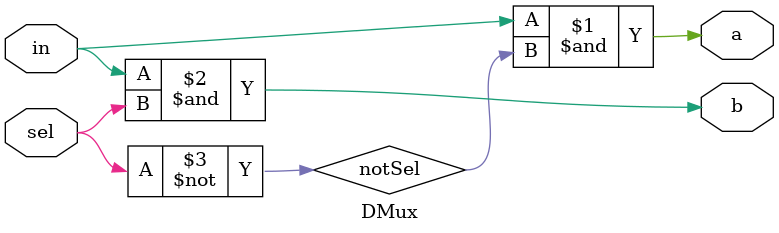
<source format=v>
`timescale 1ns / 1ps

module DMux (
    input   in  ,
    input   sel ,
    output  a   ,
    output  b   );

    wire notSel;

    not(notSel, sel);
    and(a, in, notSel);
    and(b, in, sel);
    
endmodule
</source>
